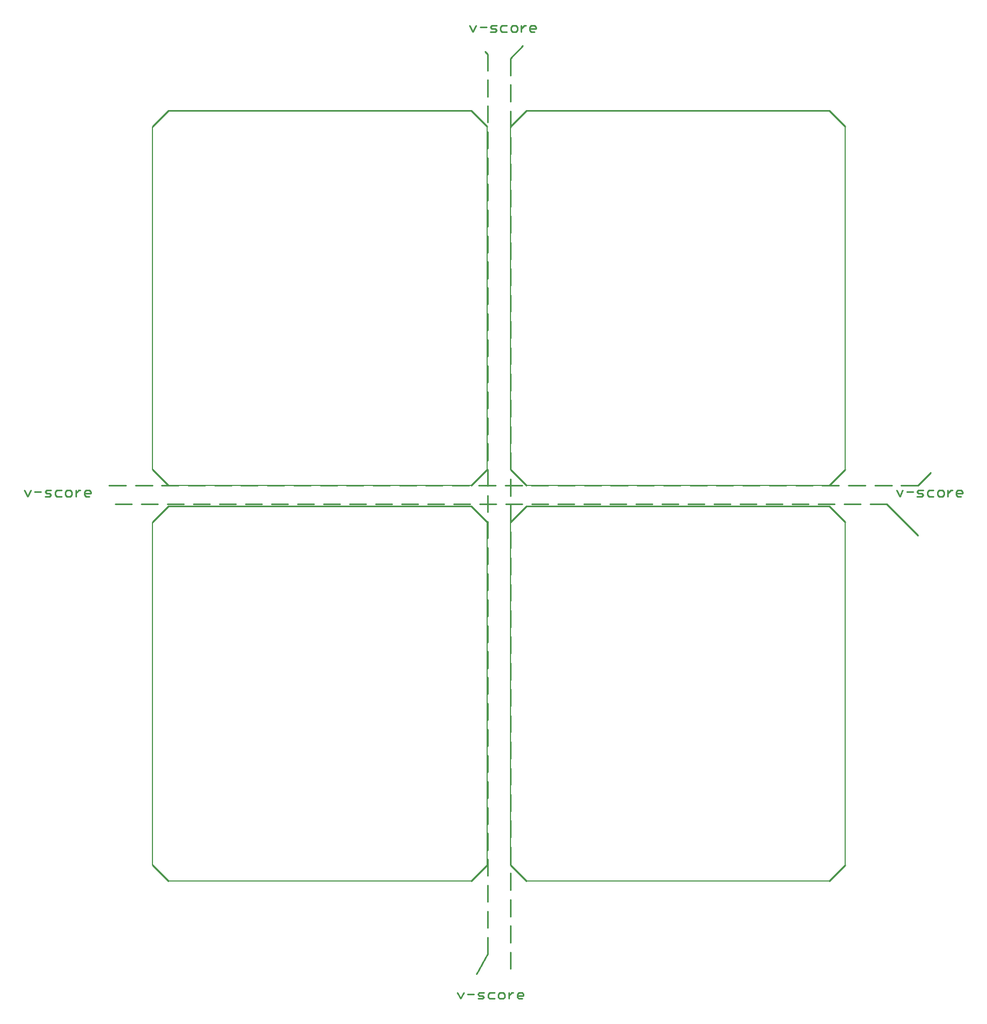
<source format=gko>
G75*
%MOIN*%
%OFA0B0*%
%FSLAX25Y25*%
%IPPOS*%
%LPD*%
%AMOC8*
5,1,8,0,0,1.08239X$1,22.5*
%
%ADD10C,0.00800*%
%ADD11C,0.01000*%
%ADD12C,0.01100*%
D10*
X0084411Y0087699D02*
X0084411Y0302699D01*
X0094411Y0325731D02*
X0284411Y0325731D01*
X0294411Y0335731D02*
X0294411Y0550731D01*
X0308820Y0550731D02*
X0308820Y0335731D01*
X0318820Y0325731D02*
X0508820Y0325731D01*
X0518820Y0335731D02*
X0518820Y0550731D01*
X0518820Y0302699D02*
X0518820Y0087699D01*
X0508820Y0077699D02*
X0318820Y0077699D01*
X0308820Y0087699D02*
X0308820Y0302699D01*
X0294411Y0302699D02*
X0294411Y0087699D01*
X0284411Y0077699D02*
X0094411Y0077699D01*
X0084411Y0335731D02*
X0084411Y0550731D01*
D11*
X0084411Y0087699D02*
X0094411Y0077699D01*
X0284411Y0077699D02*
X0294411Y0087699D01*
X0294647Y0091277D02*
X0294647Y0080894D01*
X0294647Y0074989D02*
X0294647Y0064606D01*
X0294647Y0058701D02*
X0294647Y0048318D01*
X0294647Y0042413D02*
X0294647Y0032030D01*
X0287560Y0019432D01*
X0308820Y0022581D02*
X0308820Y0033155D01*
X0308820Y0039061D02*
X0308820Y0049634D01*
X0308820Y0055540D02*
X0308820Y0066113D01*
X0308820Y0072019D02*
X0308820Y0082593D01*
X0308820Y0087699D02*
X0318820Y0077699D01*
X0308820Y0088498D02*
X0308820Y0099072D01*
X0308820Y0104977D02*
X0308820Y0115551D01*
X0308820Y0121456D02*
X0308820Y0132030D01*
X0308820Y0137936D02*
X0308820Y0148509D01*
X0308820Y0154415D02*
X0308820Y0164989D01*
X0308820Y0170894D02*
X0308820Y0181468D01*
X0308820Y0187373D02*
X0308820Y0197947D01*
X0308820Y0203852D02*
X0308820Y0214426D01*
X0308820Y0220332D02*
X0308820Y0230905D01*
X0308820Y0236811D02*
X0308820Y0247385D01*
X0308820Y0253290D02*
X0308820Y0263864D01*
X0308820Y0269769D02*
X0308820Y0280343D01*
X0308820Y0286248D02*
X0308820Y0296822D01*
X0308820Y0302699D02*
X0318820Y0312699D01*
X0508820Y0312699D01*
X0518820Y0302699D01*
X0518269Y0313920D02*
X0528702Y0313920D01*
X0534607Y0313920D02*
X0545041Y0313920D01*
X0564726Y0294235D01*
X0564726Y0325731D02*
X0554058Y0325731D01*
X0548152Y0325731D02*
X0537484Y0325731D01*
X0531578Y0325731D02*
X0520910Y0325731D01*
X0515005Y0325731D02*
X0504337Y0325731D01*
X0508820Y0325731D02*
X0518820Y0335731D01*
X0498431Y0325731D02*
X0487763Y0325731D01*
X0481858Y0325731D02*
X0471190Y0325731D01*
X0465284Y0325731D02*
X0454616Y0325731D01*
X0448711Y0325731D02*
X0438043Y0325731D01*
X0432137Y0325731D02*
X0421469Y0325731D01*
X0415564Y0325731D02*
X0404896Y0325731D01*
X0398990Y0325731D02*
X0388322Y0325731D01*
X0382417Y0325731D02*
X0371749Y0325731D01*
X0365843Y0325731D02*
X0355175Y0325731D01*
X0349270Y0325731D02*
X0338602Y0325731D01*
X0332696Y0325731D02*
X0322028Y0325731D01*
X0318820Y0325731D02*
X0308820Y0335731D01*
X0308820Y0335686D02*
X0308820Y0346260D01*
X0308820Y0352165D02*
X0308820Y0362739D01*
X0308820Y0368644D02*
X0308820Y0379218D01*
X0308820Y0385124D02*
X0308820Y0395697D01*
X0308820Y0401603D02*
X0308820Y0412176D01*
X0308820Y0418082D02*
X0308820Y0428656D01*
X0308820Y0434561D02*
X0308820Y0445135D01*
X0308820Y0451040D02*
X0308820Y0461614D01*
X0308820Y0467519D02*
X0308820Y0478093D01*
X0308820Y0483999D02*
X0308820Y0494572D01*
X0308820Y0500478D02*
X0308820Y0511052D01*
X0308820Y0516957D02*
X0308820Y0527531D01*
X0308820Y0533436D02*
X0308820Y0544010D01*
X0308820Y0549915D02*
X0308820Y0560489D01*
X0308820Y0566395D02*
X0308820Y0576968D01*
X0308820Y0582874D02*
X0308820Y0593448D01*
X0316694Y0601322D01*
X0294647Y0596203D02*
X0294647Y0585821D01*
X0294647Y0579915D02*
X0294647Y0569533D01*
X0294647Y0563627D02*
X0294647Y0553245D01*
X0294411Y0550731D02*
X0284411Y0560731D01*
X0094411Y0560731D01*
X0084411Y0550731D01*
X0084411Y0335731D02*
X0094411Y0325731D01*
X0089999Y0325731D02*
X0100667Y0325731D01*
X0106572Y0325731D02*
X0117240Y0325731D01*
X0123146Y0325731D02*
X0133814Y0325731D01*
X0139719Y0325731D02*
X0150387Y0325731D01*
X0156293Y0325731D02*
X0166961Y0325731D01*
X0172866Y0325731D02*
X0183534Y0325731D01*
X0189440Y0325731D02*
X0200108Y0325731D01*
X0206013Y0325731D02*
X0216681Y0325731D01*
X0222587Y0325731D02*
X0233255Y0325731D01*
X0239160Y0325731D02*
X0249828Y0325731D01*
X0255734Y0325731D02*
X0266402Y0325731D01*
X0272307Y0325731D02*
X0282975Y0325731D01*
X0284411Y0325731D02*
X0294411Y0335731D01*
X0294647Y0335596D02*
X0294647Y0325214D01*
X0299549Y0325731D02*
X0288881Y0325731D01*
X0294647Y0319308D02*
X0294647Y0308926D01*
X0294647Y0303020D02*
X0294647Y0292638D01*
X0294647Y0286732D02*
X0294647Y0276350D01*
X0294647Y0270444D02*
X0294647Y0260062D01*
X0294647Y0254156D02*
X0294647Y0243774D01*
X0294647Y0237868D02*
X0294647Y0227486D01*
X0294647Y0221580D02*
X0294647Y0211198D01*
X0294647Y0205292D02*
X0294647Y0194910D01*
X0294647Y0189004D02*
X0294647Y0178622D01*
X0294647Y0172716D02*
X0294647Y0162334D01*
X0294647Y0156428D02*
X0294647Y0146046D01*
X0294647Y0140140D02*
X0294647Y0129758D01*
X0294647Y0123852D02*
X0294647Y0113470D01*
X0294647Y0107564D02*
X0294647Y0097182D01*
X0294411Y0302699D02*
X0284411Y0312699D01*
X0094411Y0312699D01*
X0084411Y0302699D01*
X0087560Y0313920D02*
X0077127Y0313920D01*
X0071222Y0313920D02*
X0060789Y0313920D01*
X0056852Y0325731D02*
X0067520Y0325731D01*
X0073425Y0325731D02*
X0084093Y0325731D01*
X0093466Y0313920D02*
X0103899Y0313920D01*
X0109804Y0313920D02*
X0120237Y0313920D01*
X0126143Y0313920D02*
X0136576Y0313920D01*
X0142481Y0313920D02*
X0152915Y0313920D01*
X0158820Y0313920D02*
X0169253Y0313920D01*
X0175159Y0313920D02*
X0185592Y0313920D01*
X0191497Y0313920D02*
X0201930Y0313920D01*
X0207836Y0313920D02*
X0218269Y0313920D01*
X0224174Y0313920D02*
X0234607Y0313920D01*
X0240513Y0313920D02*
X0250946Y0313920D01*
X0256852Y0313920D02*
X0267285Y0313920D01*
X0273190Y0313920D02*
X0283623Y0313920D01*
X0289529Y0313920D02*
X0299962Y0313920D01*
X0305867Y0313920D02*
X0316300Y0313920D01*
X0322206Y0313920D02*
X0332639Y0313920D01*
X0338544Y0313920D02*
X0348978Y0313920D01*
X0354883Y0313920D02*
X0365316Y0313920D01*
X0371222Y0313920D02*
X0381655Y0313920D01*
X0387560Y0313920D02*
X0397993Y0313920D01*
X0403899Y0313920D02*
X0414332Y0313920D01*
X0420237Y0313920D02*
X0430670Y0313920D01*
X0436576Y0313920D02*
X0447009Y0313920D01*
X0452915Y0313920D02*
X0463348Y0313920D01*
X0469253Y0313920D02*
X0479686Y0313920D01*
X0485592Y0313920D02*
X0496025Y0313920D01*
X0501930Y0313920D02*
X0512363Y0313920D01*
X0564726Y0325731D02*
X0572600Y0333605D01*
X0518820Y0550731D02*
X0508820Y0560731D01*
X0318820Y0560731D01*
X0308820Y0550731D01*
X0294647Y0547340D02*
X0294647Y0536957D01*
X0294647Y0531052D02*
X0294647Y0520669D01*
X0294647Y0514764D02*
X0294647Y0504381D01*
X0294647Y0498476D02*
X0294647Y0488093D01*
X0294647Y0482188D02*
X0294647Y0471805D01*
X0294647Y0465900D02*
X0294647Y0455517D01*
X0294647Y0449612D02*
X0294647Y0439229D01*
X0294647Y0433324D02*
X0294647Y0422941D01*
X0294647Y0417036D02*
X0294647Y0406653D01*
X0294647Y0400748D02*
X0294647Y0390365D01*
X0294647Y0384460D02*
X0294647Y0374077D01*
X0294647Y0368172D02*
X0294647Y0357789D01*
X0294647Y0351884D02*
X0294647Y0341502D01*
X0308820Y0329780D02*
X0308820Y0319207D01*
X0308820Y0313301D02*
X0308820Y0302728D01*
X0305455Y0325731D02*
X0316123Y0325731D01*
X0518820Y0087699D02*
X0508820Y0077699D01*
X0294647Y0596203D02*
X0293072Y0597778D01*
D12*
X0296302Y0610183D02*
X0299254Y0610183D01*
X0300239Y0611167D01*
X0299254Y0612151D01*
X0297286Y0612151D01*
X0296302Y0613135D01*
X0297286Y0614119D01*
X0300239Y0614119D01*
X0302747Y0613135D02*
X0303732Y0614119D01*
X0306684Y0614119D01*
X0309193Y0613135D02*
X0310177Y0614119D01*
X0312145Y0614119D01*
X0313130Y0613135D01*
X0313130Y0611167D01*
X0312145Y0610183D01*
X0310177Y0610183D01*
X0309193Y0611167D01*
X0309193Y0613135D01*
X0306684Y0610183D02*
X0303732Y0610183D01*
X0302747Y0611167D01*
X0302747Y0613135D01*
X0293793Y0613135D02*
X0289856Y0613135D01*
X0287348Y0614119D02*
X0285379Y0610183D01*
X0283411Y0614119D01*
X0315638Y0614119D02*
X0315638Y0610183D01*
X0315638Y0612151D02*
X0317607Y0614119D01*
X0318591Y0614119D01*
X0321010Y0613135D02*
X0321994Y0614119D01*
X0323962Y0614119D01*
X0324946Y0613135D01*
X0324946Y0612151D01*
X0321010Y0612151D01*
X0321010Y0611167D02*
X0321010Y0613135D01*
X0321010Y0611167D02*
X0321994Y0610183D01*
X0323962Y0610183D01*
X0551127Y0322781D02*
X0553096Y0318844D01*
X0555064Y0322781D01*
X0557573Y0321796D02*
X0561510Y0321796D01*
X0564018Y0321796D02*
X0565003Y0322781D01*
X0567955Y0322781D01*
X0566971Y0320812D02*
X0565003Y0320812D01*
X0564018Y0321796D01*
X0564018Y0318844D02*
X0566971Y0318844D01*
X0567955Y0319828D01*
X0566971Y0320812D01*
X0570464Y0319828D02*
X0571448Y0318844D01*
X0574401Y0318844D01*
X0576909Y0319828D02*
X0577894Y0318844D01*
X0579862Y0318844D01*
X0580846Y0319828D01*
X0580846Y0321796D01*
X0579862Y0322781D01*
X0577894Y0322781D01*
X0576909Y0321796D01*
X0576909Y0319828D01*
X0574401Y0322781D02*
X0571448Y0322781D01*
X0570464Y0321796D01*
X0570464Y0319828D01*
X0583355Y0318844D02*
X0583355Y0322781D01*
X0585323Y0322781D02*
X0586307Y0322781D01*
X0585323Y0322781D02*
X0583355Y0320812D01*
X0588726Y0320812D02*
X0592663Y0320812D01*
X0592663Y0321796D01*
X0591679Y0322781D01*
X0589710Y0322781D01*
X0588726Y0321796D01*
X0588726Y0319828D01*
X0589710Y0318844D01*
X0591679Y0318844D01*
X0316088Y0007820D02*
X0317072Y0006836D01*
X0317072Y0005852D01*
X0313136Y0005852D01*
X0313136Y0006836D02*
X0313136Y0004867D01*
X0314120Y0003883D01*
X0316088Y0003883D01*
X0316088Y0007820D02*
X0314120Y0007820D01*
X0313136Y0006836D01*
X0310717Y0007820D02*
X0309733Y0007820D01*
X0307764Y0005852D01*
X0307764Y0007820D02*
X0307764Y0003883D01*
X0305256Y0004867D02*
X0305256Y0006836D01*
X0304271Y0007820D01*
X0302303Y0007820D01*
X0301319Y0006836D01*
X0301319Y0004867D01*
X0302303Y0003883D01*
X0304271Y0003883D01*
X0305256Y0004867D01*
X0298810Y0003883D02*
X0295858Y0003883D01*
X0294873Y0004867D01*
X0294873Y0006836D01*
X0295858Y0007820D01*
X0298810Y0007820D01*
X0292365Y0007820D02*
X0289412Y0007820D01*
X0288428Y0006836D01*
X0289412Y0005852D01*
X0291380Y0005852D01*
X0292365Y0004867D01*
X0291380Y0003883D01*
X0288428Y0003883D01*
X0285919Y0006836D02*
X0281982Y0006836D01*
X0279474Y0007820D02*
X0277505Y0003883D01*
X0275537Y0007820D01*
X0044435Y0318844D02*
X0042466Y0318844D01*
X0041482Y0319828D01*
X0041482Y0321796D01*
X0042466Y0322781D01*
X0044435Y0322781D01*
X0045419Y0321796D01*
X0045419Y0320812D01*
X0041482Y0320812D01*
X0039063Y0322781D02*
X0038079Y0322781D01*
X0036111Y0320812D01*
X0036111Y0318844D02*
X0036111Y0322781D01*
X0033602Y0321796D02*
X0032618Y0322781D01*
X0030649Y0322781D01*
X0029665Y0321796D01*
X0029665Y0319828D01*
X0030649Y0318844D01*
X0032618Y0318844D01*
X0033602Y0319828D01*
X0033602Y0321796D01*
X0027157Y0322781D02*
X0024204Y0322781D01*
X0023220Y0321796D01*
X0023220Y0319828D01*
X0024204Y0318844D01*
X0027157Y0318844D01*
X0020711Y0319828D02*
X0019727Y0320812D01*
X0017758Y0320812D01*
X0016774Y0321796D01*
X0017758Y0322781D01*
X0020711Y0322781D01*
X0020711Y0319828D02*
X0019727Y0318844D01*
X0016774Y0318844D01*
X0014266Y0321796D02*
X0010329Y0321796D01*
X0007820Y0322781D02*
X0005852Y0318844D01*
X0003883Y0322781D01*
M02*

</source>
